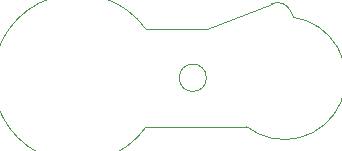
<source format=gbr>
G04 #@! TF.GenerationSoftware,KiCad,Pcbnew,(6.0.6-0)*
G04 #@! TF.CreationDate,2023-01-10T14:02:25-05:00*
G04 #@! TF.ProjectId,RGB Blaster 8DIN Adapter,52474220-426c-4617-9374-657220384449,1*
G04 #@! TF.SameCoordinates,Original*
G04 #@! TF.FileFunction,Profile,NP*
%FSLAX46Y46*%
G04 Gerber Fmt 4.6, Leading zero omitted, Abs format (unit mm)*
G04 Created by KiCad (PCBNEW (6.0.6-0)) date 2023-01-10 14:02:25*
%MOMM*%
%LPD*%
G01*
G04 APERTURE LIST*
G04 #@! TA.AperFunction,Profile*
%ADD10C,0.100000*%
G04 #@! TD*
G04 APERTURE END LIST*
D10*
X141963608Y-100219876D02*
X147391381Y-98037697D01*
X145284787Y-108460152D02*
G75*
G03*
X149215194Y-99188269I3186871J4118069D01*
G01*
X149027905Y-98724667D02*
G75*
G03*
X147391381Y-98037697I-1164526J-481396D01*
G01*
X136774115Y-108464218D02*
X145284828Y-108460100D01*
X141873420Y-104318214D02*
G75*
G03*
X141873420Y-104318214I-1152563J0D01*
G01*
X136764622Y-100217103D02*
X141963608Y-100219876D01*
X136764618Y-100217106D02*
G75*
G03*
X136774115Y-108464218I-5813996J-4130257D01*
G01*
X149215194Y-99188269D02*
X149027890Y-98724673D01*
M02*

</source>
